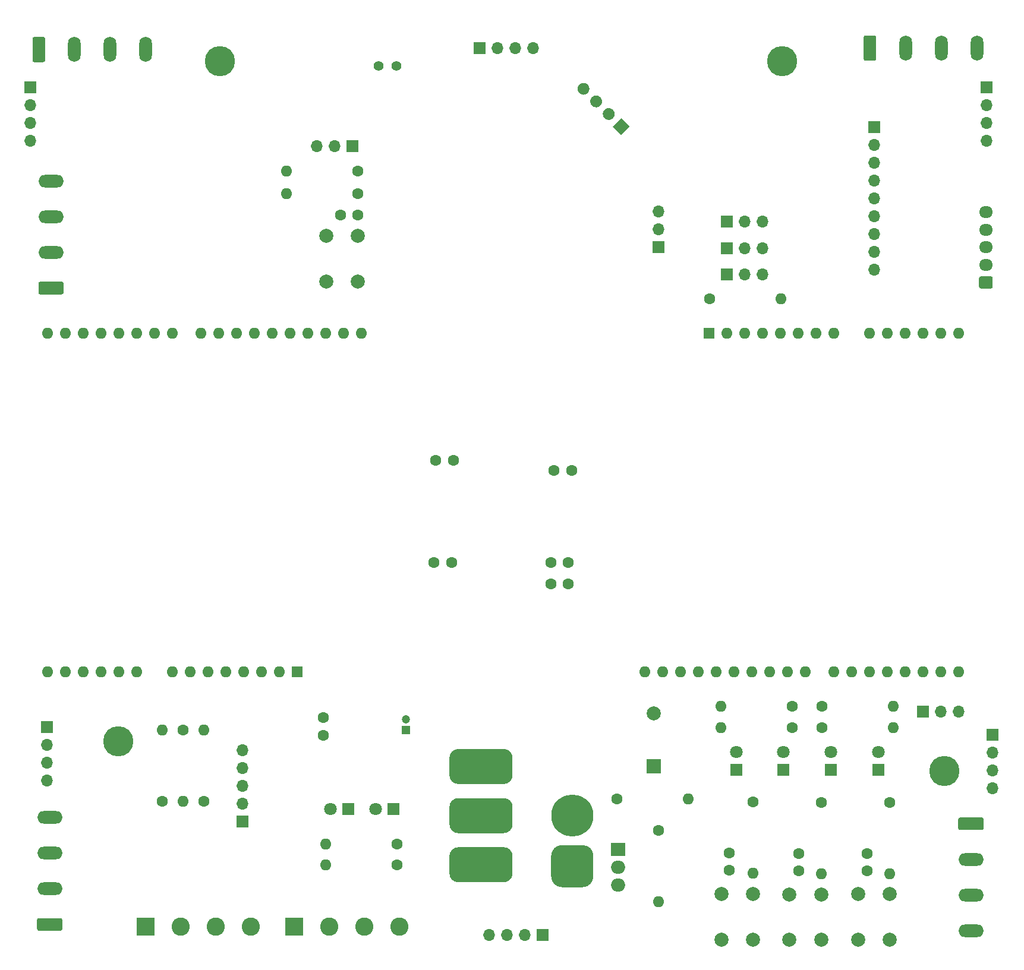
<source format=gbs>
G04 #@! TF.GenerationSoftware,KiCad,Pcbnew,(5.1.9)-1*
G04 #@! TF.CreationDate,2022-03-30T20:26:24+02:00*
G04 #@! TF.ProjectId,robot_mobilny_pcb,726f626f-745f-46d6-9f62-696c6e795f70,rev?*
G04 #@! TF.SameCoordinates,Original*
G04 #@! TF.FileFunction,Soldermask,Bot*
G04 #@! TF.FilePolarity,Negative*
%FSLAX46Y46*%
G04 Gerber Fmt 4.6, Leading zero omitted, Abs format (unit mm)*
G04 Created by KiCad (PCBNEW (5.1.9)-1) date 2022-03-30 20:26:24*
%MOMM*%
%LPD*%
G01*
G04 APERTURE LIST*
%ADD10C,1.400000*%
%ADD11C,0.100000*%
%ADD12O,1.600000X1.600000*%
%ADD13R,1.600000X1.600000*%
%ADD14C,4.300000*%
%ADD15C,2.600000*%
%ADD16R,2.600000X2.600000*%
%ADD17R,1.700000X1.700000*%
%ADD18O,1.700000X1.700000*%
%ADD19C,1.600000*%
%ADD20C,1.800000*%
%ADD21R,1.800000X1.800000*%
%ADD22C,1.200000*%
%ADD23R,1.200000X1.200000*%
%ADD24R,2.000000X2.000000*%
%ADD25C,2.000000*%
%ADD26O,3.600000X1.800000*%
%ADD27O,1.800000X3.600000*%
%ADD28O,1.950000X1.700000*%
%ADD29C,6.000000*%
%ADD30O,2.000000X1.905000*%
%ADD31R,2.000000X1.905000*%
G04 APERTURE END LIST*
D10*
X73940000Y-66100000D03*
X71400000Y-66100000D03*
D11*
G36*
X105992102Y-73590020D02*
G01*
X107194184Y-74792102D01*
X105992102Y-75994184D01*
X104790020Y-74792102D01*
X105992102Y-73590020D01*
G37*
G36*
G01*
X104797092Y-72395010D02*
X104797092Y-72395010D01*
G75*
G02*
X104797092Y-73597092I-601041J-601041D01*
G01*
X104797092Y-73597092D01*
G75*
G02*
X103595010Y-73597092I-601041J601041D01*
G01*
X103595010Y-73597092D01*
G75*
G02*
X103595010Y-72395010I601041J601041D01*
G01*
X103595010Y-72395010D01*
G75*
G02*
X104797092Y-72395010I601041J-601041D01*
G01*
G37*
G36*
G01*
X103001041Y-70598959D02*
X103001041Y-70598959D01*
G75*
G02*
X103001041Y-71801041I-601041J-601041D01*
G01*
X103001041Y-71801041D01*
G75*
G02*
X101798959Y-71801041I-601041J601041D01*
G01*
X101798959Y-71801041D01*
G75*
G02*
X101798959Y-70598959I601041J601041D01*
G01*
X101798959Y-70598959D01*
G75*
G02*
X103001041Y-70598959I601041J-601041D01*
G01*
G37*
G36*
G01*
X101204989Y-68802907D02*
X101204989Y-68802907D01*
G75*
G02*
X101204989Y-70004989I-601041J-601041D01*
G01*
X101204989Y-70004989D01*
G75*
G02*
X100002907Y-70004989I-601041J601041D01*
G01*
X100002907Y-70004989D01*
G75*
G02*
X100002907Y-68802907I601041J601041D01*
G01*
X100002907Y-68802907D01*
G75*
G02*
X101204989Y-68802907I601041J-601041D01*
G01*
G37*
D12*
X26820000Y-104250000D03*
X24280000Y-104250000D03*
X63900000Y-104250000D03*
X24280000Y-152510000D03*
X61360000Y-104250000D03*
X26820000Y-152510000D03*
X58820000Y-104250000D03*
X29360000Y-152510000D03*
X56280000Y-104250000D03*
X31900000Y-152510000D03*
X53740000Y-104250000D03*
X34440000Y-152510000D03*
X51200000Y-104250000D03*
X36980000Y-152510000D03*
X48660000Y-104250000D03*
X42060000Y-152510000D03*
X46120000Y-104250000D03*
X44600000Y-152510000D03*
X42060000Y-104250000D03*
X47140000Y-152510000D03*
X39520000Y-104250000D03*
X49680000Y-152510000D03*
X36980000Y-104250000D03*
X52220000Y-152510000D03*
X34440000Y-104250000D03*
X54760000Y-152510000D03*
X31900000Y-104250000D03*
X57300000Y-152510000D03*
X29360000Y-104250000D03*
D13*
X59840000Y-152510000D03*
D12*
X66440000Y-104250000D03*
X68980000Y-104250000D03*
X109310000Y-152510000D03*
X111850000Y-152510000D03*
D13*
X118450000Y-104250000D03*
D12*
X148930000Y-152510000D03*
X120990000Y-104250000D03*
X146390000Y-152510000D03*
X123530000Y-104250000D03*
X143850000Y-152510000D03*
X126070000Y-104250000D03*
X141310000Y-152510000D03*
X128610000Y-104250000D03*
X138770000Y-152510000D03*
X131150000Y-104250000D03*
X136230000Y-152510000D03*
X133690000Y-104250000D03*
X132170000Y-152510000D03*
X136230000Y-104250000D03*
X129630000Y-152510000D03*
X141310000Y-104250000D03*
X127090000Y-152510000D03*
X143850000Y-104250000D03*
X124550000Y-152510000D03*
X146390000Y-104250000D03*
X122010000Y-152510000D03*
X148930000Y-104250000D03*
X119470000Y-152510000D03*
X151470000Y-104250000D03*
X116930000Y-152510000D03*
X154010000Y-104250000D03*
X114390000Y-152510000D03*
X154010000Y-152510000D03*
X151470000Y-152510000D03*
D14*
X152000000Y-166600000D03*
X34300000Y-162400000D03*
X128900000Y-65500000D03*
X48800000Y-65500000D03*
D15*
X53200000Y-188800000D03*
X48200000Y-188800000D03*
X43200000Y-188800000D03*
D16*
X38200000Y-188800000D03*
D15*
X74400000Y-188800000D03*
X69400000Y-188800000D03*
X64400000Y-188800000D03*
D16*
X59400000Y-188800000D03*
D17*
X52050000Y-173800000D03*
D18*
X52050000Y-171260000D03*
X52050000Y-168720000D03*
X52050000Y-166180000D03*
X52050000Y-163640000D03*
G36*
G01*
X81500000Y-167250000D02*
X81500000Y-164750000D01*
G75*
G02*
X82750000Y-163500000I1250000J0D01*
G01*
X89250000Y-163500000D01*
G75*
G02*
X90500000Y-164750000I0J-1250000D01*
G01*
X90500000Y-167250000D01*
G75*
G02*
X89250000Y-168500000I-1250000J0D01*
G01*
X82750000Y-168500000D01*
G75*
G02*
X81500000Y-167250000I0J1250000D01*
G01*
G37*
G36*
G01*
X81500000Y-174250000D02*
X81500000Y-171750000D01*
G75*
G02*
X82750000Y-170500000I1250000J0D01*
G01*
X89250000Y-170500000D01*
G75*
G02*
X90500000Y-171750000I0J-1250000D01*
G01*
X90500000Y-174250000D01*
G75*
G02*
X89250000Y-175500000I-1250000J0D01*
G01*
X82750000Y-175500000D01*
G75*
G02*
X81500000Y-174250000I0J1250000D01*
G01*
G37*
G36*
G01*
X81500000Y-181250000D02*
X81500000Y-178750000D01*
G75*
G02*
X82750000Y-177500000I1250000J0D01*
G01*
X89250000Y-177500000D01*
G75*
G02*
X90500000Y-178750000I0J-1250000D01*
G01*
X90500000Y-181250000D01*
G75*
G02*
X89250000Y-182500000I-1250000J0D01*
G01*
X82750000Y-182500000D01*
G75*
G02*
X81500000Y-181250000I0J1250000D01*
G01*
G37*
X87180000Y-190000000D03*
X89720000Y-190000000D03*
X92260000Y-190000000D03*
D17*
X94800000Y-190000000D03*
D12*
X46550000Y-160800000D03*
D19*
X46550000Y-170960000D03*
D12*
X43550000Y-170960000D03*
D19*
X43550000Y-160800000D03*
X95950000Y-140000000D03*
X98450000Y-140000000D03*
D20*
X71010000Y-172050000D03*
D21*
X73550000Y-172050000D03*
D20*
X64510000Y-172050000D03*
D21*
X67050000Y-172050000D03*
D12*
X63890000Y-180050000D03*
D19*
X74050000Y-180050000D03*
D12*
X63890000Y-177050000D03*
D19*
X74050000Y-177050000D03*
D12*
X144250000Y-181310000D03*
D19*
X144250000Y-171150000D03*
D12*
X134500000Y-181310000D03*
D19*
X134500000Y-171150000D03*
D12*
X144760000Y-157450000D03*
D19*
X134600000Y-157450000D03*
D12*
X144760000Y-160450000D03*
D19*
X134600000Y-160450000D03*
D12*
X120190000Y-157450000D03*
D19*
X130350000Y-157450000D03*
D12*
X124750000Y-181200000D03*
D19*
X124750000Y-171040000D03*
X105400000Y-170600000D03*
D12*
X115560000Y-170600000D03*
X120190000Y-160450000D03*
D19*
X130350000Y-160450000D03*
X118550000Y-99350000D03*
D12*
X128710000Y-99350000D03*
X58290000Y-81100000D03*
D19*
X68450000Y-81100000D03*
D12*
X58290000Y-84350000D03*
D19*
X68450000Y-84350000D03*
D12*
X111300000Y-185260000D03*
D19*
X111300000Y-175100000D03*
D12*
X40550000Y-160800000D03*
D19*
X40550000Y-170960000D03*
D17*
X149000000Y-158200000D03*
D18*
X151540000Y-158200000D03*
X154080000Y-158200000D03*
D17*
X111250000Y-92000000D03*
D18*
X111250000Y-89460000D03*
X111250000Y-86920000D03*
D17*
X121050000Y-88350000D03*
D18*
X123590000Y-88350000D03*
X126130000Y-88350000D03*
D17*
X121050000Y-92100000D03*
D18*
X123590000Y-92100000D03*
X126130000Y-92100000D03*
X24200000Y-168020000D03*
X24200000Y-165480000D03*
X24200000Y-162940000D03*
D17*
X24200000Y-160400000D03*
D18*
X142000000Y-95220000D03*
X142000000Y-92680000D03*
X142000000Y-90140000D03*
X142000000Y-87600000D03*
X142000000Y-85060000D03*
X142000000Y-82520000D03*
X142000000Y-79980000D03*
X142000000Y-77440000D03*
D17*
X142000000Y-74900000D03*
X121010000Y-95850000D03*
D18*
X123550000Y-95850000D03*
X126090000Y-95850000D03*
X62620000Y-77600000D03*
X65160000Y-77600000D03*
D17*
X67700000Y-77600000D03*
D19*
X141000000Y-180900000D03*
X141000000Y-178400000D03*
X131250000Y-180900000D03*
X131250000Y-178400000D03*
X121400000Y-180800000D03*
X121400000Y-178300000D03*
X65950000Y-87350000D03*
X68450000Y-87350000D03*
D22*
X75300000Y-159300000D03*
D23*
X75300000Y-160800000D03*
D19*
X63550000Y-159050000D03*
X63550000Y-161550000D03*
X79300000Y-136900000D03*
X81800000Y-136900000D03*
X95950000Y-136900000D03*
X98450000Y-136900000D03*
X96400000Y-123800000D03*
X98900000Y-123800000D03*
X82050000Y-122400000D03*
X79550000Y-122400000D03*
D24*
X110600000Y-166000000D03*
D25*
X110600000Y-158400000D03*
X68450000Y-96850000D03*
X63950000Y-96850000D03*
X68450000Y-90350000D03*
X63950000Y-90350000D03*
X144250000Y-190650000D03*
X139750000Y-190650000D03*
X144250000Y-184150000D03*
X139750000Y-184150000D03*
X134450000Y-190710000D03*
X129950000Y-190710000D03*
X134450000Y-184210000D03*
X129950000Y-184210000D03*
X124750000Y-190650000D03*
X120250000Y-190650000D03*
X124750000Y-184150000D03*
X120250000Y-184150000D03*
D18*
X93420000Y-63600000D03*
X90880000Y-63600000D03*
X88340000Y-63600000D03*
D17*
X85800000Y-63600000D03*
D18*
X158000000Y-76820000D03*
X158000000Y-74280000D03*
X158000000Y-71740000D03*
D17*
X158000000Y-69200000D03*
D18*
X21800000Y-76820000D03*
X21800000Y-74280000D03*
X21800000Y-71740000D03*
D17*
X21800000Y-69200000D03*
D18*
X158885000Y-169120000D03*
X158885000Y-166580000D03*
X158885000Y-164040000D03*
D17*
X158885000Y-161500000D03*
D26*
X155800000Y-189400000D03*
X155800000Y-184320000D03*
X155800000Y-179240000D03*
G36*
G01*
X154250000Y-173260000D02*
X157350000Y-173260000D01*
G75*
G02*
X157600000Y-173510000I0J-250000D01*
G01*
X157600000Y-174810000D01*
G75*
G02*
X157350000Y-175060000I-250000J0D01*
G01*
X154250000Y-175060000D01*
G75*
G02*
X154000000Y-174810000I0J250000D01*
G01*
X154000000Y-173510000D01*
G75*
G02*
X154250000Y-173260000I250000J0D01*
G01*
G37*
X24550000Y-173265000D03*
X24550000Y-178345000D03*
X24550000Y-183425000D03*
G36*
G01*
X26100000Y-189405000D02*
X23000000Y-189405000D01*
G75*
G02*
X22750000Y-189155000I0J250000D01*
G01*
X22750000Y-187855000D01*
G75*
G02*
X23000000Y-187605000I250000J0D01*
G01*
X26100000Y-187605000D01*
G75*
G02*
X26350000Y-187855000I0J-250000D01*
G01*
X26350000Y-189155000D01*
G75*
G02*
X26100000Y-189405000I-250000J0D01*
G01*
G37*
D27*
X156640000Y-63600000D03*
X151560000Y-63600000D03*
X146480000Y-63600000D03*
G36*
G01*
X140500000Y-65150000D02*
X140500000Y-62050000D01*
G75*
G02*
X140750000Y-61800000I250000J0D01*
G01*
X142050000Y-61800000D01*
G75*
G02*
X142300000Y-62050000I0J-250000D01*
G01*
X142300000Y-65150000D01*
G75*
G02*
X142050000Y-65400000I-250000J0D01*
G01*
X140750000Y-65400000D01*
G75*
G02*
X140500000Y-65150000I0J250000D01*
G01*
G37*
D28*
X157935000Y-87000000D03*
X157935000Y-89500000D03*
X157935000Y-92000000D03*
X157935000Y-94500000D03*
G36*
G01*
X158660000Y-97850000D02*
X157210000Y-97850000D01*
G75*
G02*
X156960000Y-97600000I0J250000D01*
G01*
X156960000Y-96400000D01*
G75*
G02*
X157210000Y-96150000I250000J0D01*
G01*
X158660000Y-96150000D01*
G75*
G02*
X158910000Y-96400000I0J-250000D01*
G01*
X158910000Y-97600000D01*
G75*
G02*
X158660000Y-97850000I-250000J0D01*
G01*
G37*
D26*
X24750000Y-82560000D03*
X24750000Y-87640000D03*
X24750000Y-92720000D03*
G36*
G01*
X26300000Y-98700000D02*
X23200000Y-98700000D01*
G75*
G02*
X22950000Y-98450000I0J250000D01*
G01*
X22950000Y-97150000D01*
G75*
G02*
X23200000Y-96900000I250000J0D01*
G01*
X26300000Y-96900000D01*
G75*
G02*
X26550000Y-97150000I0J-250000D01*
G01*
X26550000Y-98450000D01*
G75*
G02*
X26300000Y-98700000I-250000J0D01*
G01*
G37*
D27*
X38240000Y-63800000D03*
X33160000Y-63800000D03*
X28080000Y-63800000D03*
G36*
G01*
X22100000Y-65350000D02*
X22100000Y-62250000D01*
G75*
G02*
X22350000Y-62000000I250000J0D01*
G01*
X23650000Y-62000000D01*
G75*
G02*
X23900000Y-62250000I0J-250000D01*
G01*
X23900000Y-65350000D01*
G75*
G02*
X23650000Y-65600000I-250000J0D01*
G01*
X22350000Y-65600000D01*
G75*
G02*
X22100000Y-65350000I0J250000D01*
G01*
G37*
G36*
G01*
X100500000Y-183200000D02*
X97500000Y-183200000D01*
G75*
G02*
X96000000Y-181700000I0J1500000D01*
G01*
X96000000Y-178700000D01*
G75*
G02*
X97500000Y-177200000I1500000J0D01*
G01*
X100500000Y-177200000D01*
G75*
G02*
X102000000Y-178700000I0J-1500000D01*
G01*
X102000000Y-181700000D01*
G75*
G02*
X100500000Y-183200000I-1500000J0D01*
G01*
G37*
D29*
X99000000Y-173000000D03*
D20*
X142600000Y-163910000D03*
D21*
X142600000Y-166450000D03*
D20*
X135850000Y-163910000D03*
D21*
X135850000Y-166450000D03*
D20*
X129100000Y-163910000D03*
D21*
X129100000Y-166450000D03*
D20*
X122350000Y-163910000D03*
D21*
X122350000Y-166450000D03*
D30*
X105550000Y-182890000D03*
X105550000Y-180350000D03*
D31*
X105550000Y-177810000D03*
M02*

</source>
